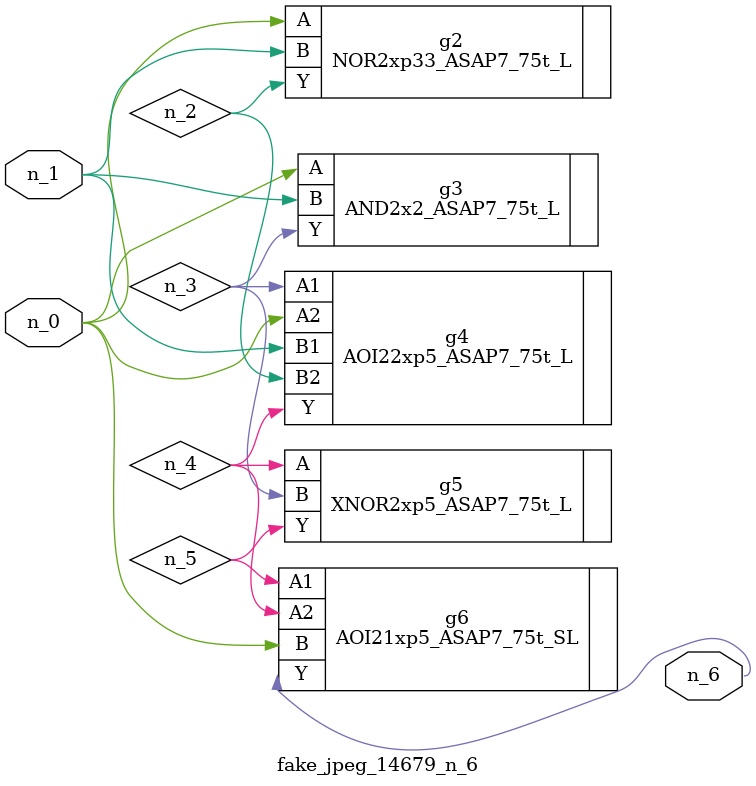
<source format=v>
module fake_jpeg_14679_n_6 (n_0, n_1, n_6);

input n_0;
input n_1;

output n_6;

wire n_2;
wire n_3;
wire n_4;
wire n_5;

NOR2xp33_ASAP7_75t_L g2 ( 
.A(n_0),
.B(n_1),
.Y(n_2)
);

AND2x2_ASAP7_75t_L g3 ( 
.A(n_0),
.B(n_1),
.Y(n_3)
);

AOI22xp5_ASAP7_75t_L g4 ( 
.A1(n_3),
.A2(n_0),
.B1(n_1),
.B2(n_2),
.Y(n_4)
);

XNOR2xp5_ASAP7_75t_L g5 ( 
.A(n_4),
.B(n_3),
.Y(n_5)
);

AOI21xp5_ASAP7_75t_SL g6 ( 
.A1(n_5),
.A2(n_4),
.B(n_0),
.Y(n_6)
);


endmodule
</source>
